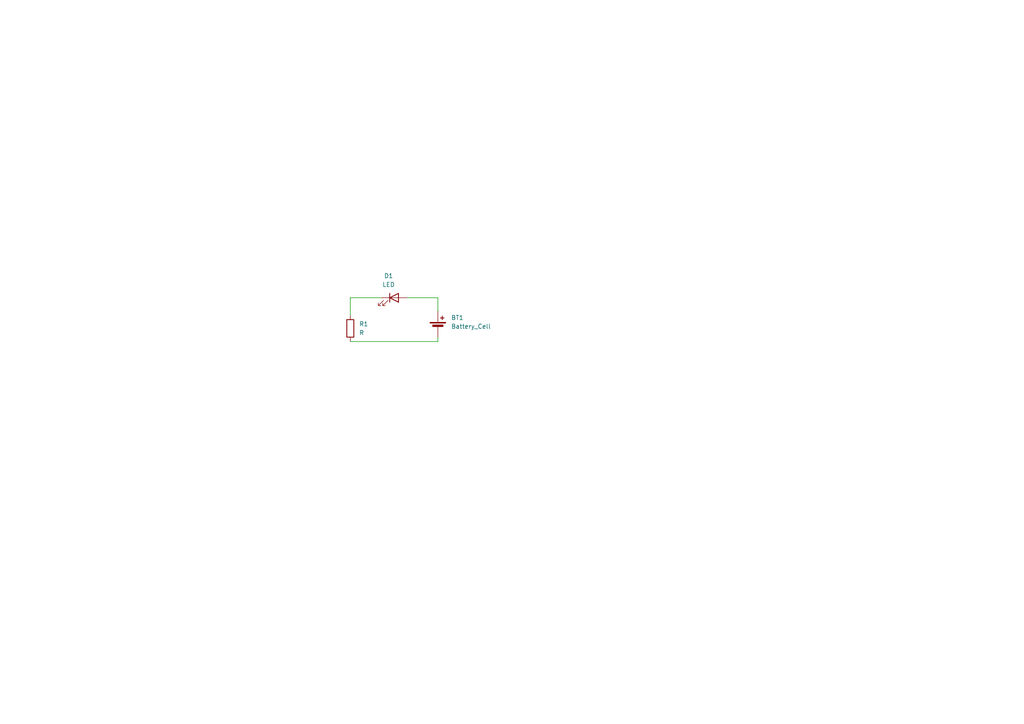
<source format=kicad_sch>
(kicad_sch (version 20231120) (generator "eeschema") (generator_version "8.0")
  (paper "A4")
  (title_block (title "LED DEMO") (date "2024-10-28") (rev "1.0") (company "Fomula Slug"))
  (lib_symbols
    (symbol "Device:Battery_Cell" (pin_numbers hide) (pin_names (offset 0) hide)
      (property "Reference" "BT" (at 2.54 2.54 0))
      (property "Value" "Battery_Cell" (at 2.54 0 0))
      (symbol "Battery_Cell_0_1"
        (rectangle (start -2.286 1.778) (end 2.286 1.524) (fill (type outline)))
        (rectangle (start -1.524 1.016) (end 1.524 0.508) (fill (type outline)))
        (polyline (pts (xy 0 0.762) (xy 0 0)))
        (polyline (pts (xy 0 1.778) (xy 0 2.54)))
        (polyline (pts (xy 0.762 3.048) (xy 1.778 3.048)) (stroke (width 0.254)))
        (polyline (pts (xy 1.27 3.556) (xy 1.27 2.54)) (stroke (width 0.254)))
      )
      (symbol "Battery_Cell_1_1"
        (pin passive line (at 0 5.08 270) (length 2.54) (name "+") (number "1"))
        (pin passive line (at 0 -2.54 90) (length 2.54) (name "-") (number "2"))
      )
    )
    (symbol "Device:LED" (pin_numbers hide) (pin_names (offset 1.016) hide)
      (property "Reference" "D" (at 0 2.54 0))
      (property "Value" "LED" (at 0 -2.54 0))
      (symbol "LED_0_1"
        (polyline (pts (xy -1.27 -1.27) (xy -1.27 1.27)) (stroke (width 0.254)))
        (polyline (pts (xy -1.27 0) (xy 1.27 0)))
        (polyline (pts (xy 1.27 -1.27) (xy 1.27 1.27) (xy -1.27 0) (xy 1.27 -1.27)) (stroke (width 0.254)))
        (polyline (pts (xy -3.048 -0.762) (xy -4.572 -2.286) (xy -3.81 -2.286) (xy -4.572 -2.286) (xy -4.572 -1.524)))
        (polyline (pts (xy -1.778 -0.762) (xy -3.302 -2.286) (xy -2.54 -2.286) (xy -3.302 -2.286) (xy -3.302 -1.524)))
      )
      (symbol "LED_1_1"
        (pin passive line (at -3.81 0 0) (length 2.54) (name "K") (number "1"))
        (pin passive line (at 3.81 0 180) (length 2.54) (name "A") (number "2"))
      )
    )
    (symbol "Device:R" (pin_numbers hide) (pin_names (offset 0))
      (property "Reference" "R" (at 2.032 0 90))
      (property "Value" "R" (at 0 0 90))
      (symbol "R_0_1"
        (rectangle (start -1.016 -2.54) (end 1.016 2.54) (stroke (width 0.254)))
      )
      (symbol "R_1_1"
        (pin passive line (at 0 3.81 270) (length 1.27) (name "~") (number "1"))
        (pin passive line (at 0 -3.81 90) (length 1.27) (name "~") (number "2"))
      )
    )
  )
  (wire (pts (xy 101.6 99.06) (xy 127 99.06)))
  (wire (pts (xy 127 99.06) (xy 127 97.79)))
  (wire (pts (xy 110.49 86.36) (xy 101.6 86.36)))
  (wire (pts (xy 127 86.36) (xy 118.11 86.36)))
  (wire (pts (xy 101.6 86.36) (xy 101.6 91.44)))
  (wire (pts (xy 127 90.17) (xy 127 86.36)))
  (symbol (lib_id "Device:LED") (at 114.3 86.36 0) (unit 1)
    (property "Reference" "D1" (at 112.7125 80.01 0))
    (property "Value" "LED" (at 112.7125 82.55 0))
    (property "Footprint" "LED_SMD:LED_0805_2012Metric_Pad1.15x1.40mm_HandSolder" (effects (hide yes)))
    (property "Description" "Light emitting diode" (effects (hide yes)))
  )
  (symbol (lib_id "Device:R") (at 101.6 95.25 0) (unit 1)
    (property "Reference" "R1" (at 104.14 93.9799 0) (effects (justify left)))
    (property "Value" "R" (at 104.14 96.5199 0) (effects (justify left)))
    (property "Footprint" "Resistor_SMD:R_0805_2012Metric_Pad1.20x1.40mm_HandSolder" (effects (hide yes)))
    (property "Description" "Resistor" (effects (hide yes)))
  )
  (symbol (lib_id "Device:Battery_Cell") (at 127 95.25 0) (unit 1)
    (property "Reference" "BT1" (at 130.81 92.1384 0) (effects (justify left)))
    (property "Value" "Battery_Cell" (at 130.81 94.6784 0) (effects (justify left)))
    (property "Footprint" "FS_3_Global_Footprint_Library:MS621FE-FL11E_SEC" (effects (hide yes)))
    (property "Description" "Single-cell battery" (effects (hide yes)))
  )
)
</source>
